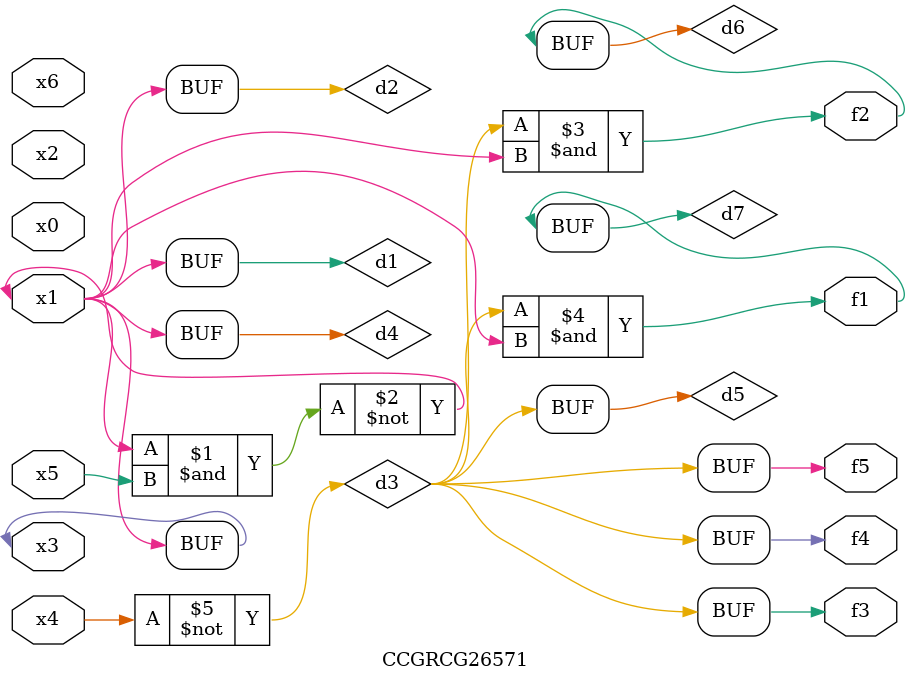
<source format=v>
module CCGRCG26571(
	input x0, x1, x2, x3, x4, x5, x6,
	output f1, f2, f3, f4, f5
);

	wire d1, d2, d3, d4, d5, d6, d7;

	buf (d1, x1, x3);
	nand (d2, x1, x5);
	not (d3, x4);
	buf (d4, d1, d2);
	buf (d5, d3);
	and (d6, d3, d4);
	and (d7, d3, d4);
	assign f1 = d7;
	assign f2 = d6;
	assign f3 = d5;
	assign f4 = d5;
	assign f5 = d5;
endmodule

</source>
